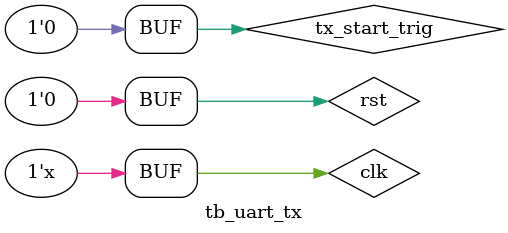
<source format=v>
`timescale 1ns / 1ps

module tb_uart_tx();
    reg clk;
    reg rst;
    reg tx_start_trig;
    // reg [7:0] tx_din;
    wire tx_dout;
    

    


    send_tx_btn dut(
        .clk(clk),
        .rst(rst),
        .btn_start(tx_start_trig),
        .tx(tx_dout)
    );

    always #5 clk = ~clk;

    initial begin
        clk = 1'b0;
        rst = 1'b1;
        tx_start_trig = 1'b0;

        #20 rst = 1'b0;
        #200 tx_start_trig = 1'b1;
        #50000 tx_start_trig = 1'b0;
        #1100000 tx_start_trig = 1'b1;
        #50000 tx_start_trig = 1'b0;

    end
    
endmodule

</source>
